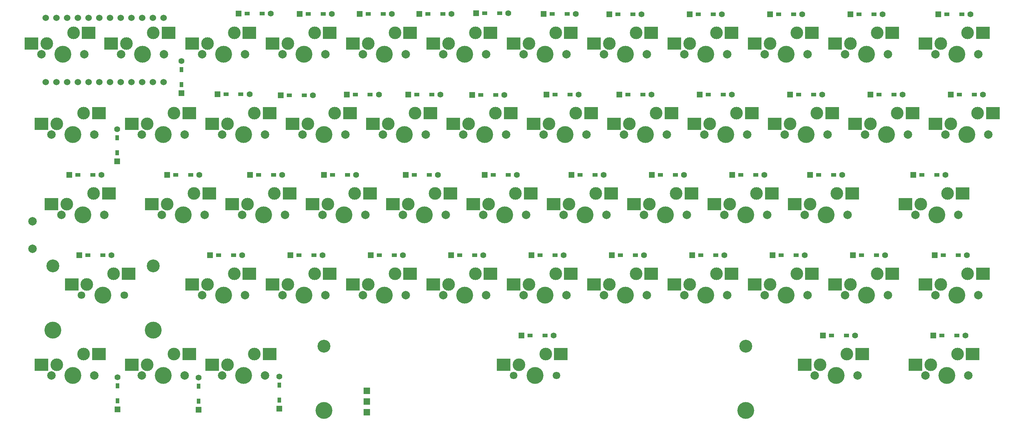
<source format=gbr>
%TF.GenerationSoftware,KiCad,Pcbnew,(7.0.0)*%
%TF.CreationDate,2024-09-06T15:26:17+09:00*%
%TF.ProjectId,rowlow52,726f776c-6f77-4353-922e-6b696361645f,rev?*%
%TF.SameCoordinates,Original*%
%TF.FileFunction,Soldermask,Bot*%
%TF.FilePolarity,Negative*%
%FSLAX46Y46*%
G04 Gerber Fmt 4.6, Leading zero omitted, Abs format (unit mm)*
G04 Created by KiCad (PCBNEW (7.0.0)) date 2024-09-06 15:26:17*
%MOMM*%
%LPD*%
G01*
G04 APERTURE LIST*
%ADD10C,2.000000*%
%ADD11C,3.000000*%
%ADD12C,4.000000*%
%ADD13R,3.300000X3.000000*%
%ADD14R,1.397000X1.397000*%
%ADD15R,1.300000X0.950000*%
%ADD16C,1.397000*%
%ADD17R,0.950000X1.300000*%
%ADD18C,3.050000*%
%ADD19C,1.800000*%
%ADD20C,1.524000*%
%ADD21R,1.524000X1.524000*%
G04 APERTURE END LIST*
D10*
%TO.C,SW23*%
X247332500Y-102393700D03*
D11*
X248602500Y-99853700D03*
D12*
X252412500Y-102393700D03*
D11*
X254952500Y-97313700D03*
D10*
X257492500Y-102393700D03*
D13*
X244962499Y-99813699D03*
X258562499Y-97273699D03*
%TD*%
D14*
%TO.C,D29*%
X138458799Y-111918699D03*
D15*
X140493799Y-111918699D03*
X144043799Y-111918699D03*
D16*
X146078800Y-111918700D03*
%TD*%
D14*
%TO.C,D3*%
X113289999Y-73699999D03*
D15*
X115324999Y-73699999D03*
X118874999Y-73699999D03*
D16*
X120910000Y-73700000D03*
%TD*%
D14*
%TO.C,D39*%
X130146299Y-130968699D03*
D15*
X132181299Y-130968699D03*
X135731299Y-130968699D03*
D16*
X137766300Y-130968700D03*
%TD*%
D10*
%TO.C,SW3*%
X90170000Y-83343700D03*
D11*
X91440000Y-80803700D03*
D12*
X95250000Y-83343700D03*
D11*
X97790000Y-78263700D03*
D10*
X100330000Y-83343700D03*
D13*
X87799999Y-80763699D03*
X101399999Y-78223699D03*
%TD*%
D14*
%TO.C,D33*%
X215871299Y-111918699D03*
D15*
X217906299Y-111918699D03*
X221456299Y-111918699D03*
D16*
X223491300Y-111918700D03*
%TD*%
D14*
%TO.C,D6*%
X155164999Y-73549999D03*
D15*
X157199999Y-73549999D03*
X160749999Y-73549999D03*
D16*
X162785000Y-73550000D03*
%TD*%
D10*
%TO.C,SW8*%
X185420000Y-83343700D03*
D11*
X186690000Y-80803700D03*
D12*
X190500000Y-83343700D03*
D11*
X193040000Y-78263700D03*
D10*
X195580000Y-83343700D03*
D13*
X183049999Y-80763699D03*
X196649999Y-78223699D03*
%TD*%
D10*
%TO.C,SW39*%
X128270000Y-140493700D03*
D11*
X129540000Y-137953700D03*
D12*
X133350000Y-140493700D03*
D11*
X135890000Y-135413700D03*
D10*
X138430000Y-140493700D03*
D13*
X125899999Y-137913699D03*
X139499999Y-135373699D03*
%TD*%
D14*
%TO.C,D20*%
X189071299Y-92868699D03*
D15*
X191106299Y-92868699D03*
X194656299Y-92868699D03*
D16*
X196691300Y-92868700D03*
%TD*%
D14*
%TO.C,D9*%
X205739999Y-73818699D03*
D15*
X207774999Y-73818699D03*
X211324999Y-73818699D03*
D16*
X213360000Y-73818700D03*
%TD*%
D14*
%TO.C,D52*%
X263496299Y-150018699D03*
D15*
X265531299Y-150018699D03*
X269081299Y-150018699D03*
D16*
X271116300Y-150018700D03*
%TD*%
D10*
%TO.C,SW32*%
X194945000Y-121443700D03*
D11*
X196215000Y-118903700D03*
D12*
X200025000Y-121443700D03*
D11*
X202565000Y-116363700D03*
D10*
X205105000Y-121443700D03*
D13*
X192574999Y-118863699D03*
X206174999Y-116323699D03*
%TD*%
D14*
%TO.C,D18*%
X154189999Y-92949999D03*
D15*
X156224999Y-92949999D03*
X159774999Y-92949999D03*
D16*
X161810000Y-92950000D03*
%TD*%
D14*
%TO.C,D48*%
X89324999Y-167634999D03*
D17*
X89324999Y-165599999D03*
X89324999Y-162049999D03*
D16*
X89325000Y-160015000D03*
%TD*%
D10*
%TO.C,SW35*%
X259238800Y-121443700D03*
D11*
X260508800Y-118903700D03*
D12*
X264318800Y-121443700D03*
D11*
X266858800Y-116363700D03*
D10*
X269398800Y-121443700D03*
D13*
X256868799Y-118863699D03*
X270468799Y-116323699D03*
%TD*%
D14*
%TO.C,D38*%
X111096299Y-130968699D03*
D15*
X113131299Y-130968699D03*
X116681299Y-130968699D03*
D16*
X118716300Y-130968700D03*
%TD*%
D10*
%TO.C,SW6*%
X147320000Y-83343700D03*
D11*
X148590000Y-80803700D03*
D12*
X152400000Y-83343700D03*
D11*
X154940000Y-78263700D03*
D10*
X157480000Y-83343700D03*
D13*
X144949999Y-80763699D03*
X158549999Y-78223699D03*
%TD*%
D14*
%TO.C,D24*%
X267652499Y-92868699D03*
D15*
X269687499Y-92868699D03*
X273237499Y-92868699D03*
D16*
X275272500Y-92868700D03*
%TD*%
D10*
%TO.C,SW19*%
X171132500Y-102393700D03*
D11*
X172402500Y-99853700D03*
D12*
X176212500Y-102393700D03*
D11*
X178752500Y-97313700D03*
D10*
X181292500Y-102393700D03*
D13*
X168762499Y-99813699D03*
X182362499Y-97273699D03*
%TD*%
D14*
%TO.C,D45*%
X244446299Y-130968699D03*
D15*
X246481299Y-130968699D03*
X250031299Y-130968699D03*
D16*
X252066300Y-130968700D03*
%TD*%
D10*
%TO.C,SW43*%
X204470000Y-140493700D03*
D11*
X205740000Y-137953700D03*
D12*
X209550000Y-140493700D03*
D11*
X212090000Y-135413700D03*
D10*
X214630000Y-140493700D03*
D13*
X202099999Y-137913699D03*
X215699999Y-135373699D03*
%TD*%
D14*
%TO.C,D40*%
X149196299Y-130968699D03*
D15*
X151231299Y-130968699D03*
X154781299Y-130968699D03*
D16*
X156816300Y-130968700D03*
%TD*%
D10*
%TO.C,SW30*%
X156845000Y-121443700D03*
D11*
X158115000Y-118903700D03*
D12*
X161925000Y-121443700D03*
D11*
X164465000Y-116363700D03*
D10*
X167005000Y-121443700D03*
D13*
X154474999Y-118863699D03*
X168074999Y-116323699D03*
%TD*%
D14*
%TO.C,D23*%
X248602499Y-92868699D03*
D15*
X250637499Y-92868699D03*
X254187499Y-92868699D03*
D16*
X256222500Y-92868700D03*
%TD*%
D10*
%TO.C,SW13*%
X54451300Y-102393700D03*
D11*
X55721300Y-99853700D03*
D12*
X59531300Y-102393700D03*
D11*
X62071300Y-97313700D03*
D10*
X64611300Y-102393700D03*
D13*
X52081299Y-99813699D03*
X65681299Y-97273699D03*
%TD*%
D10*
%TO.C,SW28*%
X118745000Y-121443700D03*
D11*
X120015000Y-118903700D03*
D12*
X123825000Y-121443700D03*
D11*
X126365000Y-116363700D03*
D10*
X128905000Y-121443700D03*
D13*
X116374999Y-118863699D03*
X129974999Y-116323699D03*
%TD*%
D14*
%TO.C,D43*%
X206346299Y-130968699D03*
D15*
X208381299Y-130968699D03*
X211931299Y-130968699D03*
D16*
X213966300Y-130968700D03*
%TD*%
D10*
%TO.C,SW42*%
X185420000Y-140493700D03*
D11*
X186690000Y-137953700D03*
D12*
X190500000Y-140493700D03*
D11*
X193040000Y-135413700D03*
D10*
X195580000Y-140493700D03*
D13*
X183049999Y-137913699D03*
X196649999Y-135373699D03*
%TD*%
D14*
%TO.C,D46*%
X263804499Y-130968699D03*
D15*
X265839499Y-130968699D03*
X269389499Y-130968699D03*
D16*
X271424500Y-130968700D03*
%TD*%
D10*
%TO.C,SW16*%
X113982500Y-102393700D03*
D11*
X115252500Y-99853700D03*
D12*
X119062500Y-102393700D03*
D11*
X121602500Y-97313700D03*
D10*
X124142500Y-102393700D03*
D13*
X111612499Y-99813699D03*
X125212499Y-97273699D03*
%TD*%
D10*
%TO.C,SW15*%
X94932500Y-102393700D03*
D11*
X96202500Y-99853700D03*
D12*
X100012500Y-102393700D03*
D11*
X102552500Y-97313700D03*
D10*
X105092500Y-102393700D03*
D13*
X92562499Y-99813699D03*
X106162499Y-97273699D03*
%TD*%
D10*
%TO.C,SW41*%
X166370000Y-140493700D03*
D11*
X167640000Y-137953700D03*
D12*
X171450000Y-140493700D03*
D11*
X173990000Y-135413700D03*
D10*
X176530000Y-140493700D03*
D13*
X163999999Y-137913699D03*
X177599999Y-135373699D03*
%TD*%
D10*
%TO.C,SW44*%
X223520000Y-140493700D03*
D11*
X224790000Y-137953700D03*
D12*
X228600000Y-140493700D03*
D11*
X231140000Y-135413700D03*
D10*
X233680000Y-140493700D03*
D13*
X221149999Y-137913699D03*
X234749999Y-135373699D03*
%TD*%
D10*
%TO.C,SW47*%
X54451300Y-159543700D03*
D11*
X55721300Y-157003700D03*
D12*
X59531300Y-159543700D03*
D11*
X62071300Y-154463700D03*
D10*
X64611300Y-159543700D03*
D13*
X52081299Y-156963699D03*
X65681299Y-154423699D03*
%TD*%
D10*
%TO.C,SW4*%
X109220000Y-83343700D03*
D11*
X110490000Y-80803700D03*
D12*
X114300000Y-83343700D03*
D11*
X116840000Y-78263700D03*
D10*
X119380000Y-83343700D03*
D13*
X106849999Y-80763699D03*
X120449999Y-78223699D03*
%TD*%
D10*
%TO.C,SW40*%
X147320000Y-140493700D03*
D11*
X148590000Y-137953700D03*
D12*
X152400000Y-140493700D03*
D11*
X154940000Y-135413700D03*
D10*
X157480000Y-140493700D03*
D13*
X144949999Y-137913699D03*
X158549999Y-135373699D03*
%TD*%
D18*
%TO.C,SW50*%
X119058800Y-152543700D03*
D12*
X119058800Y-167783700D03*
D19*
X163988800Y-159543700D03*
D11*
X165258800Y-157003700D03*
D12*
X169068800Y-159543700D03*
D11*
X171608800Y-154463700D03*
D19*
X174148800Y-159543700D03*
D18*
X219078800Y-152543700D03*
D12*
X219078800Y-167783700D03*
D13*
X161668799Y-157003699D03*
X175168799Y-154463699D03*
%TD*%
D10*
%TO.C,SW22*%
X228282500Y-102393700D03*
D11*
X229552500Y-99853700D03*
D12*
X233362500Y-102393700D03*
D11*
X235902500Y-97313700D03*
D10*
X238442500Y-102393700D03*
D13*
X225912499Y-99813699D03*
X239512499Y-97273699D03*
%TD*%
D10*
%TO.C,SW27*%
X99695000Y-121443700D03*
D11*
X100965000Y-118903700D03*
D12*
X104775000Y-121443700D03*
D11*
X107315000Y-116363700D03*
D10*
X109855000Y-121443700D03*
D13*
X97324999Y-118863699D03*
X110924999Y-116323699D03*
%TD*%
D14*
%TO.C,D28*%
X119062499Y-111918699D03*
D15*
X121097499Y-111918699D03*
X124647499Y-111918699D03*
D16*
X126682500Y-111918700D03*
%TD*%
D10*
%TO.C,SW52*%
X261620000Y-159543700D03*
D11*
X262890000Y-157003700D03*
D12*
X266700000Y-159543700D03*
D11*
X269240000Y-154463700D03*
D10*
X271780000Y-159543700D03*
D13*
X259249999Y-156963699D03*
X272849999Y-154423699D03*
%TD*%
D10*
%TO.C,SW24*%
X266382500Y-102393700D03*
D11*
X267652500Y-99853700D03*
D12*
X271462500Y-102393700D03*
D11*
X274002500Y-97313700D03*
D10*
X276542500Y-102393700D03*
D13*
X264012499Y-99813699D03*
X277612499Y-97273699D03*
%TD*%
D10*
%TO.C,SW37*%
X90170000Y-140493700D03*
D11*
X91440000Y-137953700D03*
D12*
X95250000Y-140493700D03*
D11*
X97790000Y-135413700D03*
D10*
X100330000Y-140493700D03*
D13*
X87799999Y-137913699D03*
X101399999Y-135373699D03*
%TD*%
D14*
%TO.C,D4*%
X127539999Y-73774999D03*
D15*
X129574999Y-73774999D03*
X133124999Y-73774999D03*
D16*
X135160000Y-73775000D03*
%TD*%
D10*
%TO.C,SW20*%
X190182500Y-102393700D03*
D11*
X191452500Y-99853700D03*
D12*
X195262500Y-102393700D03*
D11*
X197802500Y-97313700D03*
D10*
X200342500Y-102393700D03*
D13*
X187812499Y-99813699D03*
X201412499Y-97273699D03*
%TD*%
D14*
%TO.C,D14*%
X93789999Y-92749999D03*
D15*
X95824999Y-92749999D03*
X99374999Y-92749999D03*
D16*
X101410000Y-92750000D03*
%TD*%
D10*
%TO.C,SW2*%
X70976300Y-83340000D03*
D11*
X72246300Y-80800000D03*
D12*
X76056300Y-83340000D03*
D11*
X78596300Y-78260000D03*
D10*
X81136300Y-83340000D03*
D13*
X68606299Y-80759999D03*
X82206299Y-78219999D03*
%TD*%
D14*
%TO.C,D10*%
X224789999Y-73818699D03*
D15*
X226824999Y-73818699D03*
X230374999Y-73818699D03*
D16*
X232410000Y-73818700D03*
%TD*%
D14*
%TO.C,D41*%
X168246299Y-130968699D03*
D15*
X170281299Y-130968699D03*
X173831299Y-130968699D03*
D16*
X175866300Y-130968700D03*
%TD*%
D14*
%TO.C,D1*%
X85249999Y-92559999D03*
D17*
X85249999Y-90524999D03*
X85249999Y-86974999D03*
D16*
X85250000Y-84940000D03*
%TD*%
D10*
%TO.C,SW1*%
X52070000Y-83343700D03*
D11*
X53340000Y-80803700D03*
D12*
X57150000Y-83343700D03*
D11*
X59690000Y-78263700D03*
D10*
X62230000Y-83343700D03*
D13*
X49699999Y-80763699D03*
X63299999Y-78223699D03*
%TD*%
D10*
%TO.C,SW12*%
X264001300Y-83343700D03*
D11*
X265271300Y-80803700D03*
D12*
X269081300Y-83343700D03*
D11*
X271621300Y-78263700D03*
D10*
X274161300Y-83343700D03*
D13*
X261631299Y-80763699D03*
X275231299Y-78223699D03*
%TD*%
D14*
%TO.C,D51*%
X237302499Y-150018699D03*
D15*
X239337499Y-150018699D03*
X242887499Y-150018699D03*
D16*
X244922500Y-150018700D03*
%TD*%
D10*
%TO.C,SW49*%
X94932500Y-159543700D03*
D11*
X96202500Y-157003700D03*
D12*
X100012500Y-159543700D03*
D11*
X102552500Y-154463700D03*
D10*
X105092500Y-159543700D03*
D13*
X92562499Y-156963699D03*
X106162499Y-154423699D03*
%TD*%
D14*
%TO.C,D34*%
X234314999Y-111918699D03*
D15*
X236349999Y-111918699D03*
X239899999Y-111918699D03*
D16*
X241935000Y-111918700D03*
%TD*%
D14*
%TO.C,D15*%
X108814999Y-93049999D03*
D15*
X110849999Y-93049999D03*
X114399999Y-93049999D03*
D16*
X116435000Y-93050000D03*
%TD*%
D14*
%TO.C,D2*%
X98839999Y-73649999D03*
D15*
X100874999Y-73649999D03*
X104424999Y-73649999D03*
D16*
X106460000Y-73650000D03*
%TD*%
D14*
%TO.C,D27*%
X101571299Y-111918699D03*
D15*
X103606299Y-111918699D03*
X107156299Y-111918699D03*
D16*
X109191300Y-111918700D03*
%TD*%
D10*
%TO.C,SW17*%
X133032500Y-102393700D03*
D11*
X134302500Y-99853700D03*
D12*
X138112500Y-102393700D03*
D11*
X140652500Y-97313700D03*
D10*
X143192500Y-102393700D03*
D13*
X130662499Y-99813699D03*
X144262499Y-97273699D03*
%TD*%
D10*
%TO.C,SW21*%
X209232500Y-102393700D03*
D11*
X210502500Y-99853700D03*
D12*
X214312500Y-102393700D03*
D11*
X216852500Y-97313700D03*
D10*
X219392500Y-102393700D03*
D13*
X206862499Y-99813699D03*
X220462499Y-97273699D03*
%TD*%
D14*
%TO.C,D25*%
X58708799Y-111918699D03*
D15*
X60743799Y-111918699D03*
X64293799Y-111918699D03*
D16*
X66328800Y-111918700D03*
%TD*%
D10*
%TO.C,SW5*%
X128270000Y-83343700D03*
D11*
X129540000Y-80803700D03*
D12*
X133350000Y-83343700D03*
D11*
X135890000Y-78263700D03*
D10*
X138430000Y-83343700D03*
D13*
X125899999Y-80763699D03*
X139499999Y-78223699D03*
%TD*%
D14*
%TO.C,D12*%
X264664999Y-73818699D03*
D15*
X266699999Y-73818699D03*
X270249999Y-73818699D03*
D16*
X272285000Y-73818700D03*
%TD*%
D14*
%TO.C,D21*%
X208121299Y-92868699D03*
D15*
X210156299Y-92868699D03*
X213706299Y-92868699D03*
D16*
X215741300Y-92868700D03*
%TD*%
D10*
%TO.C,SW53*%
X50006300Y-122956200D03*
X50006300Y-129456200D03*
%TD*%
%TO.C,SW29*%
X137795000Y-121443700D03*
D11*
X139065000Y-118903700D03*
D12*
X142875000Y-121443700D03*
D11*
X145415000Y-116363700D03*
D10*
X147955000Y-121443700D03*
D13*
X135424999Y-118863699D03*
X149024999Y-116323699D03*
%TD*%
D10*
%TO.C,SW26*%
X80645000Y-121443700D03*
D11*
X81915000Y-118903700D03*
D12*
X85725000Y-121443700D03*
D11*
X88265000Y-116363700D03*
D10*
X90805000Y-121443700D03*
D13*
X78274999Y-118863699D03*
X91874999Y-116323699D03*
%TD*%
D14*
%TO.C,D16*%
X124439999Y-92849999D03*
D15*
X126474999Y-92849999D03*
X130024999Y-92849999D03*
D16*
X132060000Y-92850000D03*
%TD*%
D14*
%TO.C,D7*%
X171164999Y-73724999D03*
D15*
X173199999Y-73724999D03*
X176749999Y-73724999D03*
D16*
X178785000Y-73725000D03*
%TD*%
D10*
%TO.C,SW25*%
X56832500Y-121443700D03*
D11*
X58102500Y-118903700D03*
D12*
X61912500Y-121443700D03*
D11*
X64452500Y-116363700D03*
D10*
X66992500Y-121443700D03*
D13*
X54462499Y-118863699D03*
X68062499Y-116323699D03*
%TD*%
D18*
%TO.C,SW36*%
X54775000Y-133493700D03*
D12*
X54775000Y-148733700D03*
D19*
X61595000Y-140493700D03*
D11*
X62865000Y-137953700D03*
D12*
X66675000Y-140493700D03*
D11*
X69215000Y-135413700D03*
D19*
X71755000Y-140493700D03*
D18*
X78575000Y-133493700D03*
D12*
X78575000Y-148733700D03*
D13*
X59274999Y-137953699D03*
X72774999Y-135413699D03*
%TD*%
D14*
%TO.C,D22*%
X229552499Y-92868699D03*
D15*
X231587499Y-92868699D03*
X235137499Y-92868699D03*
D16*
X237172500Y-92868700D03*
%TD*%
D14*
%TO.C,D36*%
X61089999Y-130968699D03*
D15*
X63124999Y-130968699D03*
X66674999Y-130968699D03*
D16*
X68710000Y-130968700D03*
%TD*%
D14*
%TO.C,D50*%
X165864999Y-150018699D03*
D15*
X167899999Y-150018699D03*
X171449999Y-150018699D03*
D16*
X173485000Y-150018700D03*
%TD*%
D14*
%TO.C,D8*%
X186689999Y-73818699D03*
D15*
X188724999Y-73818699D03*
X192274999Y-73818699D03*
D16*
X194310000Y-73818700D03*
%TD*%
D10*
%TO.C,SW51*%
X235426300Y-159543700D03*
D11*
X236696300Y-157003700D03*
D12*
X240506300Y-159543700D03*
D11*
X243046300Y-154463700D03*
D10*
X245586300Y-159543700D03*
D13*
X233056299Y-156963699D03*
X246656299Y-154423699D03*
%TD*%
D14*
%TO.C,D35*%
X258733799Y-111918699D03*
D15*
X260768799Y-111918699D03*
X264318799Y-111918699D03*
D16*
X266353800Y-111918700D03*
%TD*%
D14*
%TO.C,D11*%
X243839999Y-73818699D03*
D15*
X245874999Y-73818699D03*
X249424999Y-73818699D03*
D16*
X251460000Y-73818700D03*
%TD*%
D10*
%TO.C,SW7*%
X166370000Y-83343700D03*
D11*
X167640000Y-80803700D03*
D12*
X171450000Y-83343700D03*
D11*
X173990000Y-78263700D03*
D10*
X176530000Y-83343700D03*
D13*
X163999999Y-80763699D03*
X177599999Y-78223699D03*
%TD*%
D14*
%TO.C,D32*%
X196821299Y-111918699D03*
D15*
X198856299Y-111918699D03*
X202406299Y-111918699D03*
D16*
X204441300Y-111918700D03*
%TD*%
D10*
%TO.C,SW18*%
X152082500Y-102393700D03*
D11*
X153352500Y-99853700D03*
D12*
X157162500Y-102393700D03*
D11*
X159702500Y-97313700D03*
D10*
X162242500Y-102393700D03*
D13*
X149712499Y-99813699D03*
X163312499Y-97273699D03*
%TD*%
D10*
%TO.C,SW14*%
X75882500Y-102393700D03*
D11*
X77152500Y-99853700D03*
D12*
X80962500Y-102393700D03*
D11*
X83502500Y-97313700D03*
D10*
X86042500Y-102393700D03*
D13*
X73512499Y-99813699D03*
X87112499Y-97273699D03*
%TD*%
D10*
%TO.C,SW33*%
X213995000Y-121443700D03*
D11*
X215265000Y-118903700D03*
D12*
X219075000Y-121443700D03*
D11*
X221615000Y-116363700D03*
D10*
X224155000Y-121443700D03*
D13*
X211624999Y-118863699D03*
X225224999Y-116323699D03*
%TD*%
D14*
%TO.C,D26*%
X81914999Y-111918699D03*
D15*
X83949999Y-111918699D03*
X87499999Y-111918699D03*
D16*
X89535000Y-111918700D03*
%TD*%
D10*
%TO.C,SW48*%
X75882500Y-159543700D03*
D11*
X77152500Y-157003700D03*
D12*
X80962500Y-159543700D03*
D11*
X83502500Y-154463700D03*
D10*
X86042500Y-159543700D03*
D13*
X73512499Y-156963699D03*
X87112499Y-154423699D03*
%TD*%
D14*
%TO.C,D17*%
X139064999Y-92849999D03*
D15*
X141099999Y-92849999D03*
X144649999Y-92849999D03*
D16*
X146685000Y-92850000D03*
%TD*%
D14*
%TO.C,D19*%
X171796299Y-92868699D03*
D15*
X173831299Y-92868699D03*
X177381299Y-92868699D03*
D16*
X179416300Y-92868700D03*
%TD*%
D14*
%TO.C,D31*%
X177771299Y-111918699D03*
D15*
X179806299Y-111918699D03*
X183356299Y-111918699D03*
D16*
X185391300Y-111918700D03*
%TD*%
D10*
%TO.C,SW11*%
X242570000Y-83343700D03*
D11*
X243840000Y-80803700D03*
D12*
X247650000Y-83343700D03*
D11*
X250190000Y-78263700D03*
D10*
X252730000Y-83343700D03*
D13*
X240199999Y-80763699D03*
X253799999Y-78223699D03*
%TD*%
D10*
%TO.C,SW34*%
X233045000Y-121443700D03*
D11*
X234315000Y-118903700D03*
D12*
X238125000Y-121443700D03*
D11*
X240665000Y-116363700D03*
D10*
X243205000Y-121443700D03*
D13*
X230674999Y-118863699D03*
X244274999Y-116323699D03*
%TD*%
D14*
%TO.C,D49*%
X108499999Y-167359999D03*
D17*
X108499999Y-165324999D03*
X108499999Y-161774999D03*
D16*
X108500000Y-159740000D03*
%TD*%
D10*
%TO.C,SW45*%
X242570000Y-140493700D03*
D11*
X243840000Y-137953700D03*
D12*
X247650000Y-140493700D03*
D11*
X250190000Y-135413700D03*
D10*
X252730000Y-140493700D03*
D13*
X240199999Y-137913699D03*
X253799999Y-135373699D03*
%TD*%
D14*
%TO.C,D47*%
X70124999Y-167559999D03*
D17*
X70124999Y-165524999D03*
X70124999Y-161974999D03*
D16*
X70125000Y-159940000D03*
%TD*%
D10*
%TO.C,SW38*%
X109220000Y-140493700D03*
D11*
X110490000Y-137953700D03*
D12*
X114300000Y-140493700D03*
D11*
X116840000Y-135413700D03*
D10*
X119380000Y-140493700D03*
D13*
X106849999Y-137913699D03*
X120449999Y-135373699D03*
%TD*%
D10*
%TO.C,SW46*%
X264001300Y-140493700D03*
D11*
X265271300Y-137953700D03*
D12*
X269081300Y-140493700D03*
D11*
X271621300Y-135413700D03*
D10*
X274161300Y-140493700D03*
D13*
X261631299Y-137913699D03*
X275231299Y-135373699D03*
%TD*%
D14*
%TO.C,D42*%
X187296299Y-130968699D03*
D15*
X189331299Y-130968699D03*
X192881299Y-130968699D03*
D16*
X194916300Y-130968700D03*
%TD*%
D10*
%TO.C,SW9*%
X204470000Y-83343700D03*
D11*
X205740000Y-80803700D03*
D12*
X209550000Y-83343700D03*
D11*
X212090000Y-78263700D03*
D10*
X214630000Y-83343700D03*
D13*
X202099999Y-80763699D03*
X215699999Y-78223699D03*
%TD*%
D14*
%TO.C,D44*%
X225396299Y-130968699D03*
D15*
X227431299Y-130968699D03*
X230981299Y-130968699D03*
D16*
X233016300Y-130968700D03*
%TD*%
D10*
%TO.C,SW10*%
X223520000Y-83343700D03*
D11*
X224790000Y-80803700D03*
D12*
X228600000Y-83343700D03*
D11*
X231140000Y-78263700D03*
D10*
X233680000Y-83343700D03*
D13*
X221149999Y-80763699D03*
X234749999Y-78223699D03*
%TD*%
D14*
%TO.C,D5*%
X141664999Y-73699999D03*
D15*
X143699999Y-73699999D03*
X147249999Y-73699999D03*
D16*
X149285000Y-73700000D03*
%TD*%
D10*
%TO.C,SW31*%
X175895000Y-121443700D03*
D11*
X177165000Y-118903700D03*
D12*
X180975000Y-121443700D03*
D11*
X183515000Y-116363700D03*
D10*
X186055000Y-121443700D03*
D13*
X173524999Y-118863699D03*
X187124999Y-116323699D03*
%TD*%
D20*
%TO.C,U1*%
X53065000Y-74682200D03*
X55605000Y-74682200D03*
X58145000Y-74682200D03*
X60685000Y-74682200D03*
X63225000Y-74682200D03*
X65765000Y-74682200D03*
X68305000Y-74682200D03*
X70845000Y-74682200D03*
X73385000Y-74682200D03*
X75925000Y-74682200D03*
X78465000Y-74682200D03*
X81005000Y-74682200D03*
X81005000Y-89902200D03*
X78465000Y-89902200D03*
X75925000Y-89902200D03*
X73385000Y-89902200D03*
X70845000Y-89902200D03*
X68305000Y-89902200D03*
X65765000Y-89902200D03*
X63225000Y-89902200D03*
X60685000Y-89902200D03*
X58145000Y-89902200D03*
X55605000Y-89902200D03*
X53065000Y-89902200D03*
%TD*%
D14*
%TO.C,D37*%
X92046299Y-130968699D03*
D15*
X94081299Y-130968699D03*
X97631299Y-130968699D03*
D16*
X99666300Y-130968700D03*
%TD*%
D14*
%TO.C,D30*%
X157162499Y-111918699D03*
D15*
X159197499Y-111918699D03*
X162747499Y-111918699D03*
D16*
X164782500Y-111918700D03*
%TD*%
D14*
%TO.C,D13*%
X69999999Y-108684999D03*
D17*
X69999999Y-106649999D03*
X69999999Y-103099999D03*
D16*
X70000000Y-101065000D03*
%TD*%
D21*
%TO.C,J1L1*%
X129224999Y-168214999D03*
X129224999Y-165674999D03*
X129224999Y-163134999D03*
%TD*%
M02*

</source>
